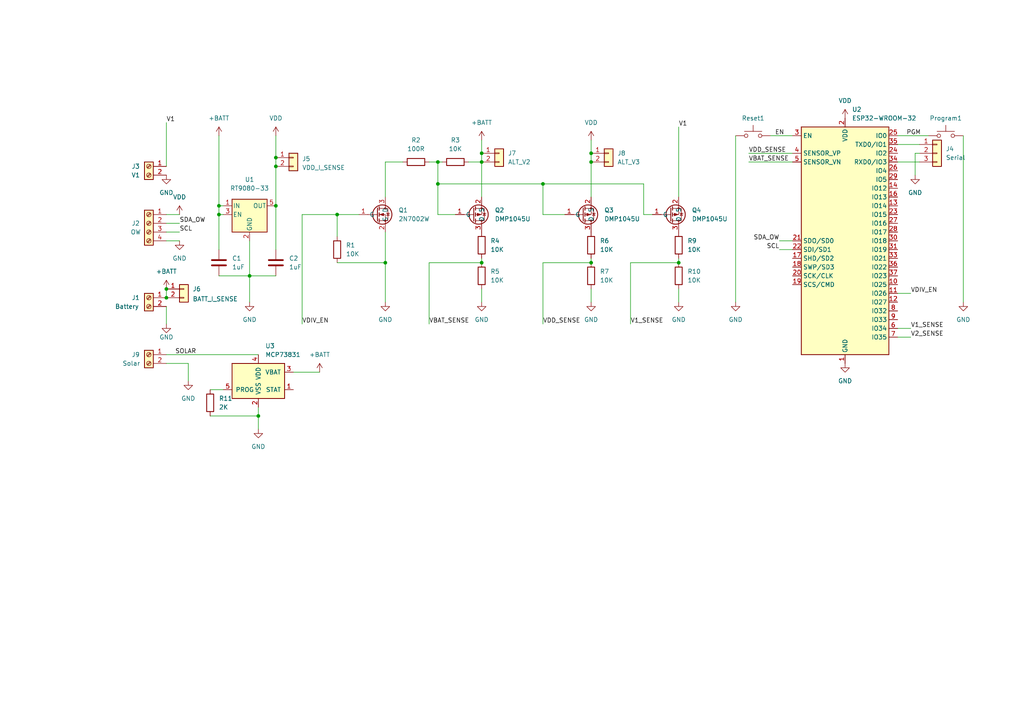
<source format=kicad_sch>
(kicad_sch (version 20211123) (generator eeschema)
  (paper "A4")
  (lib_symbols
    (symbol "BSS83P_1"
      (property "Reference" "Q" (at 5.08 1.905 0))
      (property "Value" "BSS83P_1" (at 5.08 0 0))
      (symbol "BSS83P_1_0_1"
        (polyline (pts (xy 0.254 0) (xy -2.54 0)))
        (polyline (pts (xy 0.254 1.905) (xy 0.254 -1.905)) (stroke (width 0.254)))
        (polyline (pts (xy 0.762 -1.27) (xy 0.762 -2.286)) (stroke (width 0.254)))
        (polyline (pts (xy 0.762 0.508) (xy 0.762 -0.508)) (stroke (width 0.254)))
        (polyline (pts (xy 0.762 2.286) (xy 0.762 1.27)) (stroke (width 0.254)))
        (polyline (pts (xy 2.54 2.54) (xy 2.54 1.778)))
        (polyline (pts (xy 2.54 -2.54) (xy 2.54 0) (xy 0.762 0)))
        (polyline (pts (xy 0.762 1.778) (xy 3.302 1.778) (xy 3.302 -1.778) (xy 0.762 -1.778)))
        (polyline (pts (xy 2.286 0) (xy 1.27 0.381) (xy 1.27 -0.381) (xy 2.286 0)) (fill (type outline)))
        (polyline (pts (xy 2.794 -0.508) (xy 2.921 -0.381) (xy 3.683 -0.381) (xy 3.81 -0.254)))
        (polyline (pts (xy 3.302 -0.381) (xy 2.921 0.254) (xy 3.683 0.254) (xy 3.302 -0.381)))
        (circle (center 1.651 0) (radius 2.794) (stroke (width 0.254)))
        (circle (center 2.54 -1.778) (radius 0.254) (fill (type outline)))
        (circle (center 2.54 1.778) (radius 0.254) (fill (type outline)))
      )
      (symbol "BSS83P_1_1_1"
        (pin input line (at -5.08 0 0) (length 2.54) (name "G") (number "1"))
        (pin passive line (at 2.54 -5.08 90) (length 2.54) (name "S") (number "2"))
        (pin passive line (at 2.54 5.08 270) (length 2.54) (name "D") (number "3"))
      )
    )
    (symbol "BSS83P_2"
      (property "Reference" "Q" (at 5.08 1.905 0))
      (property "Value" "BSS83P_2" (at 5.08 0 0))
      (symbol "BSS83P_2_0_1"
        (polyline (pts (xy 0.254 0) (xy -2.54 0)))
        (polyline (pts (xy 0.254 1.905) (xy 0.254 -1.905)) (stroke (width 0.254)))
        (polyline (pts (xy 0.762 -1.27) (xy 0.762 -2.286)) (stroke (width 0.254)))
        (polyline (pts (xy 0.762 0.508) (xy 0.762 -0.508)) (stroke (width 0.254)))
        (polyline (pts (xy 0.762 2.286) (xy 0.762 1.27)) (stroke (width 0.254)))
        (polyline (pts (xy 2.54 2.54) (xy 2.54 1.778)))
        (polyline (pts (xy 2.54 -2.54) (xy 2.54 0) (xy 0.762 0)))
        (polyline (pts (xy 0.762 1.778) (xy 3.302 1.778) (xy 3.302 -1.778) (xy 0.762 -1.778)))
        (polyline (pts (xy 2.286 0) (xy 1.27 0.381) (xy 1.27 -0.381) (xy 2.286 0)) (fill (type outline)))
        (polyline (pts (xy 2.794 -0.508) (xy 2.921 -0.381) (xy 3.683 -0.381) (xy 3.81 -0.254)))
        (polyline (pts (xy 3.302 -0.381) (xy 2.921 0.254) (xy 3.683 0.254) (xy 3.302 -0.381)))
        (circle (center 1.651 0) (radius 2.794) (stroke (width 0.254)))
        (circle (center 2.54 -1.778) (radius 0.254) (fill (type outline)))
        (circle (center 2.54 1.778) (radius 0.254) (fill (type outline)))
      )
      (symbol "BSS83P_2_1_1"
        (pin input line (at -5.08 0 0) (length 2.54) (name "G") (number "1"))
        (pin passive line (at 2.54 -5.08 90) (length 2.54) (name "S") (number "2"))
        (pin passive line (at 2.54 5.08 270) (length 2.54) (name "D") (number "3"))
      )
    )
    (symbol "Battery_Management:MCP73831-2-OT" (pin_names (offset 1.016))
      (property "Reference" "U" (at -7.62 6.35 0))
      (property "Value" "MCP73831-2-OT" (at 1.27 6.35 0))
      (symbol "MCP73831-2-OT_0_1"
        (rectangle (start -7.62 5.08) (end 7.62 -5.08) (stroke (width 0.254)) (fill (type background)))
      )
      (symbol "MCP73831-2-OT_1_1"
        (pin output line (at 10.16 -2.54 180) (length 2.54) (name "STAT") (number "1"))
        (pin power_in line (at 0 -7.62 90) (length 2.54) (name "VSS") (number "2"))
        (pin power_out line (at 10.16 2.54 180) (length 2.54) (name "VBAT") (number "3"))
        (pin power_in line (at 0 7.62 270) (length 2.54) (name "VDD") (number "4"))
        (pin input line (at -10.16 -2.54 0) (length 2.54) (name "PROG") (number "5"))
      )
    )
    (symbol "Connector:Screw_Terminal_01x02" (pin_names (offset 1.016) hide)
      (property "Reference" "J" (at 0 2.54 0))
      (property "Value" "Screw_Terminal_01x02" (at 0 -5.08 0))
      (symbol "Screw_Terminal_01x02_1_1"
        (rectangle (start -1.27 1.27) (end 1.27 -3.81) (stroke (width 0.254)) (fill (type background)))
        (circle (center 0 -2.54) (radius 0.635) (stroke (width 0.1524)))
        (polyline (pts (xy -0.5334 -2.2098) (xy 0.3302 -3.048)) (stroke (width 0.1524)))
        (polyline (pts (xy -0.5334 0.3302) (xy 0.3302 -0.508)) (stroke (width 0.1524)))
        (polyline (pts (xy -0.3556 -2.032) (xy 0.508 -2.8702)) (stroke (width 0.1524)))
        (polyline (pts (xy -0.3556 0.508) (xy 0.508 -0.3302)) (stroke (width 0.1524)))
        (circle (center 0 0) (radius 0.635) (stroke (width 0.1524)))
        (pin passive line (at -5.08 0 0) (length 3.81) (name "Pin_1") (number "1"))
        (pin passive line (at -5.08 -2.54 0) (length 3.81) (name "Pin_2") (number "2"))
      )
    )
    (symbol "Connector:Screw_Terminal_01x04" (pin_names (offset 1.016) hide)
      (property "Reference" "J" (at 0 5.08 0))
      (property "Value" "Screw_Terminal_01x04" (at 0 -7.62 0))
      (symbol "Screw_Terminal_01x04_1_1"
        (rectangle (start -1.27 3.81) (end 1.27 -6.35) (stroke (width 0.254)) (fill (type background)))
        (circle (center 0 -5.08) (radius 0.635) (stroke (width 0.1524)))
        (circle (center 0 -2.54) (radius 0.635) (stroke (width 0.1524)))
        (polyline (pts (xy -0.5334 -4.7498) (xy 0.3302 -5.588)) (stroke (width 0.1524)))
        (polyline (pts (xy -0.5334 -2.2098) (xy 0.3302 -3.048)) (stroke (width 0.1524)))
        (polyline (pts (xy -0.5334 0.3302) (xy 0.3302 -0.508)) (stroke (width 0.1524)))
        (polyline (pts (xy -0.5334 2.8702) (xy 0.3302 2.032)) (stroke (width 0.1524)))
        (polyline (pts (xy -0.3556 -4.572) (xy 0.508 -5.4102)) (stroke (width 0.1524)))
        (polyline (pts (xy -0.3556 -2.032) (xy 0.508 -2.8702)) (stroke (width 0.1524)))
        (polyline (pts (xy -0.3556 0.508) (xy 0.508 -0.3302)) (stroke (width 0.1524)))
        (polyline (pts (xy -0.3556 3.048) (xy 0.508 2.2098)) (stroke (width 0.1524)))
        (circle (center 0 0) (radius 0.635) (stroke (width 0.1524)))
        (circle (center 0 2.54) (radius 0.635) (stroke (width 0.1524)))
        (pin passive line (at -5.08 2.54 0) (length 3.81) (name "Pin_1") (number "1"))
        (pin passive line (at -5.08 0 0) (length 3.81) (name "Pin_2") (number "2"))
        (pin passive line (at -5.08 -2.54 0) (length 3.81) (name "Pin_3") (number "3"))
        (pin passive line (at -5.08 -5.08 0) (length 3.81) (name "Pin_4") (number "4"))
      )
    )
    (symbol "Connector_Generic:Conn_01x02" (pin_names (offset 1.016) hide)
      (property "Reference" "J" (at 0 2.54 0))
      (property "Value" "Conn_01x02" (at 0 -5.08 0))
      (symbol "Conn_01x02_1_1"
        (rectangle (start -1.27 -2.413) (end 0 -2.667) (stroke (width 0.1524)))
        (rectangle (start -1.27 0.127) (end 0 -0.127) (stroke (width 0.1524)))
        (rectangle (start -1.27 1.27) (end 1.27 -3.81) (stroke (width 0.254)) (fill (type background)))
        (pin passive line (at -5.08 0 0) (length 3.81) (name "Pin_1") (number "1"))
        (pin passive line (at -5.08 -2.54 0) (length 3.81) (name "Pin_2") (number "2"))
      )
    )
    (symbol "Connector_Generic:Conn_01x03" (pin_names (offset 1.016) hide)
      (property "Reference" "J" (at 0 5.08 0))
      (property "Value" "Conn_01x03" (at 0 -5.08 0))
      (symbol "Conn_01x03_1_1"
        (rectangle (start -1.27 -2.413) (end 0 -2.667) (stroke (width 0.1524)))
        (rectangle (start -1.27 0.127) (end 0 -0.127) (stroke (width 0.1524)))
        (rectangle (start -1.27 2.667) (end 0 2.413) (stroke (width 0.1524)))
        (rectangle (start -1.27 3.81) (end 1.27 -3.81) (stroke (width 0.254)) (fill (type background)))
        (pin passive line (at -5.08 2.54 0) (length 3.81) (name "Pin_1") (number "1"))
        (pin passive line (at -5.08 0 0) (length 3.81) (name "Pin_2") (number "2"))
        (pin passive line (at -5.08 -2.54 0) (length 3.81) (name "Pin_3") (number "3"))
      )
    )
    (symbol "Device:C" (pin_numbers hide) (pin_names (offset 0.254))
      (property "Reference" "C" (at 0.635 2.54 0))
      (property "Value" "C" (at 0.635 -2.54 0))
      (symbol "C_0_1"
        (polyline (pts (xy -2.032 -0.762) (xy 2.032 -0.762)) (stroke (width 0.508)))
        (polyline (pts (xy -2.032 0.762) (xy 2.032 0.762)) (stroke (width 0.508)))
      )
      (symbol "C_1_1"
        (pin passive line (at 0 3.81 270) (length 2.794) (name "~") (number "1"))
        (pin passive line (at 0 -3.81 90) (length 2.794) (name "~") (number "2"))
      )
    )
    (symbol "Device:R" (pin_numbers hide) (pin_names (offset 0))
      (property "Reference" "R" (at 2.032 0 90))
      (property "Value" "R" (at 0 0 90))
      (symbol "R_0_1"
        (rectangle (start -1.016 -2.54) (end 1.016 2.54) (stroke (width 0.254)))
      )
      (symbol "R_1_1"
        (pin passive line (at 0 3.81 270) (length 1.27) (name "~") (number "1"))
        (pin passive line (at 0 -3.81 90) (length 1.27) (name "~") (number "2"))
      )
    )
    (symbol "RF_Module:ESP32-WROOM-32"
      (property "Reference" "U" (at -12.7 34.29 0))
      (property "Value" "ESP32-WROOM-32" (at 1.27 34.29 0))
      (symbol "ESP32-WROOM-32_0_1"
        (rectangle (start -12.7 33.02) (end 12.7 -33.02) (stroke (width 0.254)) (fill (type background)))
      )
      (symbol "ESP32-WROOM-32_1_1"
        (pin power_in line (at 0 -35.56 90) (length 2.54) (name "GND") (number "1"))
        (pin bidirectional line (at 15.24 -12.7 180) (length 2.54) (name "IO25") (number "10"))
        (pin bidirectional line (at 15.24 -15.24 180) (length 2.54) (name "IO26") (number "11"))
        (pin bidirectional line (at 15.24 -17.78 180) (length 2.54) (name "IO27") (number "12"))
        (pin bidirectional line (at 15.24 10.16 180) (length 2.54) (name "IO14") (number "13"))
        (pin bidirectional line (at 15.24 15.24 180) (length 2.54) (name "IO12") (number "14"))
        (pin passive line (at 0 -35.56 90) (length 2.54) hide (name "GND") (number "15"))
        (pin bidirectional line (at 15.24 12.7 180) (length 2.54) (name "IO13") (number "16"))
        (pin bidirectional line (at -15.24 -5.08 0) (length 2.54) (name "SHD/SD2") (number "17"))
        (pin bidirectional line (at -15.24 -7.62 0) (length 2.54) (name "SWP/SD3") (number "18"))
        (pin bidirectional line (at -15.24 -12.7 0) (length 2.54) (name "SCS/CMD") (number "19"))
        (pin power_in line (at 0 35.56 270) (length 2.54) (name "VDD") (number "2"))
        (pin bidirectional line (at -15.24 -10.16 0) (length 2.54) (name "SCK/CLK") (number "20"))
        (pin bidirectional line (at -15.24 0 0) (length 2.54) (name "SDO/SD0") (number "21"))
        (pin bidirectional line (at -15.24 -2.54 0) (length 2.54) (name "SDI/SD1") (number "22"))
        (pin bidirectional line (at 15.24 7.62 180) (length 2.54) (name "IO15") (number "23"))
        (pin bidirectional line (at 15.24 25.4 180) (length 2.54) (name "IO2") (number "24"))
        (pin bidirectional line (at 15.24 30.48 180) (length 2.54) (name "IO0") (number "25"))
        (pin bidirectional line (at 15.24 20.32 180) (length 2.54) (name "IO4") (number "26"))
        (pin bidirectional line (at 15.24 5.08 180) (length 2.54) (name "IO16") (number "27"))
        (pin bidirectional line (at 15.24 2.54 180) (length 2.54) (name "IO17") (number "28"))
        (pin bidirectional line (at 15.24 17.78 180) (length 2.54) (name "IO5") (number "29"))
        (pin input line (at -15.24 30.48 0) (length 2.54) (name "EN") (number "3"))
        (pin bidirectional line (at 15.24 0 180) (length 2.54) (name "IO18") (number "30"))
        (pin bidirectional line (at 15.24 -2.54 180) (length 2.54) (name "IO19") (number "31"))
        (pin no_connect line (at -12.7 -27.94 0) (length 2.54) hide (name "NC") (number "32"))
        (pin bidirectional line (at 15.24 -5.08 180) (length 2.54) (name "IO21") (number "33"))
        (pin bidirectional line (at 15.24 22.86 180) (length 2.54) (name "RXD0/IO3") (number "34"))
        (pin bidirectional line (at 15.24 27.94 180) (length 2.54) (name "TXD0/IO1") (number "35"))
        (pin bidirectional line (at 15.24 -7.62 180) (length 2.54) (name "IO22") (number "36"))
        (pin bidirectional line (at 15.24 -10.16 180) (length 2.54) (name "IO23") (number "37"))
        (pin passive line (at 0 -35.56 90) (length 2.54) hide (name "GND") (number "38"))
        (pin passive line (at 0 -35.56 90) (length 2.54) hide (name "GND") (number "39"))
        (pin input line (at -15.24 25.4 0) (length 2.54) (name "SENSOR_VP") (number "4"))
        (pin input line (at -15.24 22.86 0) (length 2.54) (name "SENSOR_VN") (number "5"))
        (pin input line (at 15.24 -25.4 180) (length 2.54) (name "IO34") (number "6"))
        (pin input line (at 15.24 -27.94 180) (length 2.54) (name "IO35") (number "7"))
        (pin bidirectional line (at 15.24 -20.32 180) (length 2.54) (name "IO32") (number "8"))
        (pin bidirectional line (at 15.24 -22.86 180) (length 2.54) (name "IO33") (number "9"))
      )
    )
    (symbol "R_1" (pin_numbers hide) (pin_names (offset 0))
      (property "Reference" "R" (at 2.032 0 90))
      (property "Value" "R_1" (at 0 0 90))
      (symbol "R_1_0_1"
        (rectangle (start -1.016 -2.54) (end 1.016 2.54) (stroke (width 0.254)))
      )
      (symbol "R_1_1_1"
        (pin passive line (at 0 3.81 270) (length 1.27) (name "~") (number "1"))
        (pin passive line (at 0 -3.81 90) (length 1.27) (name "~") (number "2"))
      )
    )
    (symbol "Regulator_Linear:TLV70012_SOT23-5" (pin_names (offset 0.254))
      (property "Reference" "U" (at -3.81 5.715 0))
      (property "Value" "TLV70012_SOT23-5" (at 0 5.715 0))
      (symbol "TLV70012_SOT23-5_0_1"
        (rectangle (start -5.08 4.445) (end 5.08 -5.08) (stroke (width 0.254)) (fill (type background)))
      )
      (symbol "TLV70012_SOT23-5_1_1"
        (pin power_in line (at -7.62 2.54 0) (length 2.54) (name "IN") (number "1"))
        (pin power_in line (at 0 -7.62 90) (length 2.54) (name "GND") (number "2"))
        (pin input line (at -7.62 0 0) (length 2.54) (name "EN") (number "3"))
        (pin no_connect line (at 5.08 0 180) (length 2.54) hide (name "NC") (number "4"))
        (pin power_out line (at 7.62 2.54 180) (length 2.54) (name "OUT") (number "5"))
      )
    )
    (symbol "Switch:SW_Push" (pin_numbers hide) (pin_names (offset 1.016) hide)
      (property "Reference" "SW" (at 1.27 2.54 0))
      (property "Value" "SW_Push" (at 0 -1.524 0))
      (symbol "SW_Push_0_1"
        (circle (center -2.032 0) (radius 0.508))
        (polyline (pts (xy 0 1.27) (xy 0 3.048)))
        (polyline (pts (xy 2.54 1.27) (xy -2.54 1.27)))
        (circle (center 2.032 0) (radius 0.508))
        (pin passive line (at -5.08 0 0) (length 2.54) (name "1") (number "1"))
        (pin passive line (at 5.08 0 180) (length 2.54) (name "2") (number "2"))
      )
    )
    (symbol "Transistor_FET:2N7002"
      (property "Reference" "Q" (at 5.08 1.905 0))
      (property "Value" "2N7002" (at 5.08 0 0))
      (symbol "2N7002_0_1"
        (polyline (pts (xy 0.254 0) (xy -2.54 0)))
        (polyline (pts (xy 0.254 1.905) (xy 0.254 -1.905)) (stroke (width 0.254)))
        (polyline (pts (xy 0.762 -1.27) (xy 0.762 -2.286)) (stroke (width 0.254)))
        (polyline (pts (xy 0.762 0.508) (xy 0.762 -0.508)) (stroke (width 0.254)))
        (polyline (pts (xy 0.762 2.286) (xy 0.762 1.27)) (stroke (width 0.254)))
        (polyline (pts (xy 2.54 2.54) (xy 2.54 1.778)))
        (polyline (pts (xy 2.54 -2.54) (xy 2.54 0) (xy 0.762 0)))
        (polyline (pts (xy 0.762 -1.778) (xy 3.302 -1.778) (xy 3.302 1.778) (xy 0.762 1.778)))
        (polyline (pts (xy 1.016 0) (xy 2.032 0.381) (xy 2.032 -0.381) (xy 1.016 0)) (fill (type outline)))
        (polyline (pts (xy 2.794 0.508) (xy 2.921 0.381) (xy 3.683 0.381) (xy 3.81 0.254)))
        (polyline (pts (xy 3.302 0.381) (xy 2.921 -0.254) (xy 3.683 -0.254) (xy 3.302 0.381)))
        (circle (center 1.651 0) (radius 2.794) (stroke (width 0.254)))
        (circle (center 2.54 -1.778) (radius 0.254) (fill (type outline)))
        (circle (center 2.54 1.778) (radius 0.254) (fill (type outline)))
      )
      (symbol "2N7002_1_1"
        (pin input line (at -5.08 0 0) (length 2.54) (name "G") (number "1"))
        (pin passive line (at 2.54 -5.08 90) (length 2.54) (name "S") (number "2"))
        (pin passive line (at 2.54 5.08 270) (length 2.54) (name "D") (number "3"))
      )
    )
    (symbol "Transistor_FET:BSS83P"
      (property "Reference" "Q" (at 5.08 1.905 0))
      (property "Value" "BSS83P" (at 5.08 0 0))
      (symbol "BSS83P_0_1"
        (polyline (pts (xy 0.254 0) (xy -2.54 0)))
        (polyline (pts (xy 0.254 1.905) (xy 0.254 -1.905)) (stroke (width 0.254)))
        (polyline (pts (xy 0.762 -1.27) (xy 0.762 -2.286)) (stroke (width 0.254)))
        (polyline (pts (xy 0.762 0.508) (xy 0.762 -0.508)) (stroke (width 0.254)))
        (polyline (pts (xy 0.762 2.286) (xy 0.762 1.27)) (stroke (width 0.254)))
        (polyline (pts (xy 2.54 2.54) (xy 2.54 1.778)))
        (polyline (pts (xy 2.54 -2.54) (xy 2.54 0) (xy 0.762 0)))
        (polyline (pts (xy 0.762 1.778) (xy 3.302 1.778) (xy 3.302 -1.778) (xy 0.762 -1.778)))
        (polyline (pts (xy 2.286 0) (xy 1.27 0.381) (xy 1.27 -0.381) (xy 2.286 0)) (fill (type outline)))
        (polyline (pts (xy 2.794 -0.508) (xy 2.921 -0.381) (xy 3.683 -0.381) (xy 3.81 -0.254)))
        (polyline (pts (xy 3.302 -0.381) (xy 2.921 0.254) (xy 3.683 0.254) (xy 3.302 -0.381)))
        (circle (center 1.651 0) (radius 2.794) (stroke (width 0.254)))
        (circle (center 2.54 -1.778) (radius 0.254) (fill (type outline)))
        (circle (center 2.54 1.778) (radius 0.254) (fill (type outline)))
      )
      (symbol "BSS83P_1_1"
        (pin input line (at -5.08 0 0) (length 2.54) (name "G") (number "1"))
        (pin passive line (at 2.54 -5.08 90) (length 2.54) (name "S") (number "2"))
        (pin passive line (at 2.54 5.08 270) (length 2.54) (name "D") (number "3"))
      )
    )
    (symbol "power:+BATT" (power) (pin_names (offset 0))
      (property "Value" "+BATT" (at 0 3.556 0))
      (symbol "+BATT_0_1"
        (polyline (pts (xy -0.762 1.27) (xy 0 2.54)))
        (polyline (pts (xy 0 0) (xy 0 2.54)))
        (polyline (pts (xy 0 2.54) (xy 0.762 1.27)))
      )
      (symbol "+BATT_1_1"
        (pin power_in line (at 0 0 90) (length 0) hide (name "+BATT") (number "1"))
      )
    )
    (symbol "power:GND" (power) (pin_names (offset 0))
      (property "Value" "GND" (at 0 -3.81 0))
      (symbol "GND_0_1"
        (polyline (pts (xy 0 0) (xy 0 -1.27) (xy 1.27 -1.27) (xy 0 -2.54) (xy -1.27 -1.27) (xy 0 -1.27)))
      )
      (symbol "GND_1_1"
        (pin power_in line (at 0 0 270) (length 0) hide (name "GND") (number "1"))
      )
    )
    (symbol "power:VDD" (power) (pin_names (offset 0))
      (property "Value" "VDD" (at 0 3.81 0))
      (symbol "VDD_0_1"
        (polyline (pts (xy -0.762 1.27) (xy 0 2.54)))
        (polyline (pts (xy 0 0) (xy 0 2.54)))
        (polyline (pts (xy 0 2.54) (xy 0.762 1.27)))
      )
      (symbol "VDD_1_1"
        (pin power_in line (at 0 0 90) (length 0) hide (name "VDD") (number "1"))
      )
    )
  )
  (junction (at 127 46.99))
  (junction (at 80.01 48.26))
  (junction (at 97.79 62.23))
  (junction (at 48.26 83.82))
  (junction (at 72.39 80.01))
  (junction (at 63.5 59.69))
  (junction (at 139.7 44.45))
  (junction (at 171.45 46.99))
  (junction (at 63.5 62.23))
  (junction (at 111.76 76.2))
  (junction (at 171.45 44.45))
  (junction (at 80.01 59.69))
  (junction (at 74.93 120.65))
  (junction (at 171.45 76.2))
  (junction (at 139.7 76.2))
  (junction (at 80.01 45.72))
  (junction (at 139.7 46.99))
  (junction (at 48.26 86.36))
  (junction (at 157.48 53.34))
  (junction (at 127 53.34))
  (junction (at 196.85 76.2))
  (wire (pts (xy 60.96 120.65) (xy 74.93 120.65)))
  (wire (pts (xy 97.79 62.23) (xy 104.14 62.23)))
  (wire (pts (xy 139.7 46.99) (xy 139.7 57.15)))
  (wire (pts (xy 97.79 76.2) (xy 111.76 76.2)))
  (wire (pts (xy 260.35 39.37) (xy 269.24 39.37)))
  (wire (pts (xy 226.06 72.39) (xy 229.87 72.39)))
  (wire (pts (xy 171.45 74.93) (xy 171.45 76.2)))
  (wire (pts (xy 139.7 44.45) (xy 139.7 46.99)))
  (wire (pts (xy 48.26 67.31) (xy 52.07 67.31)))
  (wire (pts (xy 124.46 76.2) (xy 124.46 93.98)))
  (wire (pts (xy 196.85 36.83) (xy 196.85 57.15)))
  (wire (pts (xy 139.7 40.64) (xy 139.7 44.45)))
  (wire (pts (xy 80.01 39.37) (xy 80.01 45.72)))
  (wire (pts (xy 48.26 48.26) (xy 48.26 35.56)))
  (wire (pts (xy 135.89 46.99) (xy 139.7 46.99)))
  (wire (pts (xy 80.01 59.69) (xy 80.01 72.39)))
  (wire (pts (xy 186.69 62.23) (xy 189.23 62.23)))
  (wire (pts (xy 171.45 40.64) (xy 171.45 44.45)))
  (wire (pts (xy 124.46 46.99) (xy 127 46.99)))
  (wire (pts (xy 74.93 120.65) (xy 74.93 124.46)))
  (wire (pts (xy 48.26 64.77) (xy 52.07 64.77)))
  (wire (pts (xy 127 46.99) (xy 127 53.34)))
  (wire (pts (xy 124.46 76.2) (xy 139.7 76.2)))
  (wire (pts (xy 127 62.23) (xy 132.08 62.23)))
  (wire (pts (xy 48.26 88.9) (xy 48.26 93.98)))
  (wire (pts (xy 157.48 53.34) (xy 157.48 62.23)))
  (wire (pts (xy 111.76 46.99) (xy 116.84 46.99)))
  (wire (pts (xy 63.5 39.37) (xy 63.5 59.69)))
  (wire (pts (xy 213.36 39.37) (xy 213.36 87.63)))
  (wire (pts (xy 223.52 39.37) (xy 229.87 39.37)))
  (wire (pts (xy 63.5 80.01) (xy 72.39 80.01)))
  (wire (pts (xy 182.88 76.2) (xy 196.85 76.2)))
  (wire (pts (xy 85.09 107.95) (xy 92.71 107.95)))
  (wire (pts (xy 63.5 62.23) (xy 64.77 62.23)))
  (wire (pts (xy 111.76 57.15) (xy 111.76 46.99)))
  (wire (pts (xy 182.88 76.2) (xy 182.88 93.98)))
  (wire (pts (xy 87.63 62.23) (xy 97.79 62.23)))
  (wire (pts (xy 196.85 74.93) (xy 196.85 76.2)))
  (wire (pts (xy 186.69 53.34) (xy 157.48 53.34)))
  (wire (pts (xy 87.63 62.23) (xy 87.63 93.98)))
  (wire (pts (xy 74.93 118.11) (xy 74.93 120.65)))
  (wire (pts (xy 196.85 83.82) (xy 196.85 87.63)))
  (wire (pts (xy 260.35 97.79) (xy 264.16 97.79)))
  (wire (pts (xy 157.48 76.2) (xy 171.45 76.2)))
  (wire (pts (xy 127 46.99) (xy 128.27 46.99)))
  (wire (pts (xy 72.39 80.01) (xy 72.39 87.63)))
  (wire (pts (xy 260.35 46.99) (xy 266.7 46.99)))
  (wire (pts (xy 48.26 105.41) (xy 54.61 105.41)))
  (wire (pts (xy 48.26 86.36) (xy 48.26 83.82)))
  (wire (pts (xy 127 53.34) (xy 157.48 53.34)))
  (wire (pts (xy 139.7 83.82) (xy 139.7 87.63)))
  (wire (pts (xy 157.48 76.2) (xy 157.48 93.98)))
  (wire (pts (xy 111.76 76.2) (xy 111.76 87.63)))
  (wire (pts (xy 80.01 48.26) (xy 80.01 59.69)))
  (wire (pts (xy 63.5 59.69) (xy 63.5 62.23)))
  (wire (pts (xy 80.01 45.72) (xy 80.01 48.26)))
  (wire (pts (xy 139.7 74.93) (xy 139.7 76.2)))
  (wire (pts (xy 265.43 44.45) (xy 265.43 50.8)))
  (wire (pts (xy 48.26 62.23) (xy 52.07 62.23)))
  (wire (pts (xy 60.96 113.03) (xy 64.77 113.03)))
  (wire (pts (xy 226.06 69.85) (xy 229.87 69.85)))
  (wire (pts (xy 63.5 62.23) (xy 63.5 72.39)))
  (wire (pts (xy 127 53.34) (xy 127 62.23)))
  (wire (pts (xy 260.35 85.09) (xy 264.16 85.09)))
  (wire (pts (xy 260.35 95.25) (xy 264.16 95.25)))
  (wire (pts (xy 279.4 39.37) (xy 279.4 87.63)))
  (wire (pts (xy 171.45 46.99) (xy 171.45 57.15)))
  (wire (pts (xy 171.45 44.45) (xy 171.45 46.99)))
  (wire (pts (xy 97.79 62.23) (xy 97.79 68.58)))
  (wire (pts (xy 266.7 44.45) (xy 265.43 44.45)))
  (wire (pts (xy 63.5 59.69) (xy 64.77 59.69)))
  (wire (pts (xy 186.69 62.23) (xy 186.69 53.34)))
  (wire (pts (xy 72.39 69.85) (xy 72.39 80.01)))
  (wire (pts (xy 54.61 105.41) (xy 54.61 110.49)))
  (wire (pts (xy 72.39 80.01) (xy 80.01 80.01)))
  (wire (pts (xy 48.26 102.87) (xy 74.93 102.87)))
  (wire (pts (xy 171.45 87.63) (xy 171.45 83.82)))
  (wire (pts (xy 217.17 46.99) (xy 229.87 46.99)))
  (wire (pts (xy 157.48 62.23) (xy 163.83 62.23)))
  (wire (pts (xy 217.17 44.45) (xy 229.87 44.45)))
  (wire (pts (xy 111.76 67.31) (xy 111.76 76.2)))
  (wire (pts (xy 48.26 69.85) (xy 52.07 69.85)))
  (wire (pts (xy 260.35 41.91) (xy 266.7 41.91)))
  (label "VDIV_EN" (at 87.63 93.98 0))
  (label "VDD_SENSE" (at 157.48 93.98 0))
  (label "SCL" (at 52.07 67.31 0))
  (label "VBAT_SENSE" (at 124.46 93.98 0))
  (label "V1" (at 48.26 35.56 0))
  (label "V1_SENSE" (at 182.88 93.98 0))
  (label "SOLAR" (at 50.8 102.87 0))
  (label "PGM" (at 262.89 39.37 0))
  (label "V1" (at 196.85 36.83 0))
  (label "EN" (at 224.79 39.37 0))
  (label "SDA_OW" (at 52.07 64.77 0))
  (label "V2_SENSE" (at 264.16 97.79 0))
  (label "VBAT_SENSE" (at 217.17 46.99 0))
  (label "SCL" (at 226.06 72.39 180))
  (label "VDIV_EN" (at 264.16 85.09 0))
  (label "VDD_SENSE" (at 217.17 44.45 0))
  (label "SDA_OW" (at 226.06 69.85 180))
  (label "V1_SENSE" (at 264.16 95.25 0))
  (symbol (lib_id "Device:R") (at 132.08 46.99 270) (unit 1)
    (property "Reference" "R3" (at 132.08 40.64 90))
    (property "Value" "10K" (at 132.08 43.18 90))
    (property "Footprint" "Resistor_SMD:R_0805_2012Metric" (effects hide))
  )
  (symbol (lib_id "Connector_Generic:Conn_01x02") (at 176.53 44.45 0) (unit 1)
    (property "Reference" "J8" (at 179.07 44.4499 0) (effects (justify left)))
    (property "Value" "ALT_V3" (at 179.07 46.9899 0) (effects (justify left)))
    (property "Footprint" "Connector_PinHeader_2.54mm:PinHeader_1x02_P2.54mm_Vertical" (effects hide))
  )
  (symbol (lib_id "power:VDD") (at 52.07 62.23 0) (unit 1)
    (property "Reference" "#PWR0103" (effects hide))
    (property "Value" "VDD" (at 52.07 57.15 0))
  )
  (symbol (lib_id "power:+BATT") (at 92.71 107.95 0) (unit 1)
    (property "Reference" "#PWR0120" (effects hide))
    (property "Value" "+BATT" (at 92.71 102.87 0))
  )
  (symbol (lib_id "power:VDD") (at 171.45 40.64 0) (unit 1)
    (property "Reference" "#PWR0106" (effects hide))
    (property "Value" "VDD" (at 171.45 35.56 0))
  )
  (symbol (lib_id "power:GND") (at 245.11 105.41 0) (unit 1)
    (property "Reference" "#PWR0110" (effects hide))
    (property "Value" "GND" (at 245.11 110.49 0))
  )
  (symbol (lib_id "Device:R") (at 120.65 46.99 270) (unit 1)
    (property "Reference" "R2" (at 120.65 40.64 90))
    (property "Value" "100R" (at 120.65 43.18 90))
    (property "Footprint" "Resistor_SMD:R_0805_2012Metric" (effects hide))
  )
  (symbol (lib_id "Device:R") (at 139.7 80.01 0) (unit 1)
    (property "Reference" "R5" (at 142.24 78.7399 0) (effects (justify left)))
    (property "Value" "10K" (at 142.24 81.2799 0) (effects (justify left)))
    (property "Footprint" "Resistor_SMD:R_0805_2012Metric" (effects hide))
  )
  (symbol (lib_name "BSS83P_2") (lib_id "Transistor_FET:BSS83P") (at 168.91 62.23 0) (mirror x) (unit 1)
    (property "Reference" "Q3" (at 175.26 60.9599 0) (effects (justify left)))
    (property "Value" "DMP1045U" (at 175.26 63.4999 0) (effects (justify left)))
    (property "Footprint" "Package_TO_SOT_SMD:SOT-23" (effects hide))
    (property "Datasheet" "http://www.farnell.com/datasheets/1835997.pdf" (effects hide))
  )
  (symbol (lib_id "Connector:Screw_Terminal_01x04") (at 43.18 64.77 0) (mirror y) (unit 1)
    (property "Reference" "J2" (at 39.37 64.77 0))
    (property "Value" "OW" (at 39.37 67.31 0))
    (property "Footprint" "TerminalBlock_TE-Connectivity:TerminalBlock_TE_282834-4_1x04_P2.54mm_Horizontal" (effects hide))
  )
  (symbol (lib_id "Transistor_FET:2N7002") (at 109.22 62.23 0) (unit 1)
    (property "Reference" "Q1" (at 115.57 60.9599 0) (effects (justify left)))
    (property "Value" "2N7002W" (at 115.57 63.4999 0) (effects (justify left)))
    (property "Footprint" "Package_TO_SOT_SMD:SOT-23" (effects hide))
    (property "Datasheet" "https://www.onsemi.com/pub/Collateral/NDS7002A-D.PDF" (effects hide))
  )
  (symbol (lib_id "power:+BATT") (at 139.7 40.64 0) (unit 1)
    (property "Reference" "#PWR0114" (effects hide))
    (property "Value" "+BATT" (at 139.7 35.56 0))
  )
  (symbol (lib_id "power:GND") (at 52.07 69.85 0) (unit 1)
    (property "Reference" "#PWR0104" (effects hide))
    (property "Value" "GND" (at 52.07 74.93 0))
  )
  (symbol (lib_name "BSS83P_1") (lib_id "Transistor_FET:BSS83P") (at 137.16 62.23 0) (mirror x) (unit 1)
    (property "Reference" "Q2" (at 143.51 60.9599 0) (effects (justify left)))
    (property "Value" "DMP1045U" (at 143.51 63.4999 0) (effects (justify left)))
    (property "Footprint" "Package_TO_SOT_SMD:SOT-23" (effects hide))
    (property "Datasheet" "http://www.farnell.com/datasheets/1835997.pdf" (effects hide))
  )
  (symbol (lib_id "Connector_Generic:Conn_01x02") (at 53.34 83.82 0) (unit 1)
    (property "Reference" "J6" (at 55.88 83.82 0) (effects (justify left)))
    (property "Value" "BATT_I_SENSE" (at 55.88 86.7155 0) (effects (justify left)))
    (property "Footprint" "Connector_PinHeader_2.54mm:PinHeader_1x02_P2.54mm_Vertical" (effects hide))
  )
  (symbol (lib_id "Device:R") (at 196.85 71.12 0) (unit 1)
    (property "Reference" "R9" (at 199.39 69.8499 0) (effects (justify left)))
    (property "Value" "10K" (at 199.39 72.3899 0) (effects (justify left)))
    (property "Footprint" "Resistor_SMD:R_0805_2012Metric" (effects hide))
  )
  (symbol (lib_id "power:GND") (at 265.43 50.8 0) (unit 1)
    (property "Reference" "#PWR0107" (effects hide))
    (property "Value" "GND" (at 265.43 55.88 0))
  )
  (symbol (lib_id "Connector:Screw_Terminal_01x02") (at 43.18 102.87 0) (mirror y) (unit 1)
    (property "Reference" "J9" (at 39.37 102.87 0))
    (property "Value" "Solar" (at 38.1 105.41 0))
    (property "Footprint" "TerminalBlock_TE-Connectivity:TerminalBlock_TE_282834-2_1x02_P2.54mm_Horizontal" (effects hide))
  )
  (symbol (lib_id "power:GND") (at 48.26 50.8 0) (unit 1)
    (property "Reference" "#PWR0117" (effects hide))
    (property "Value" "GND" (at 48.26 55.88 0))
  )
  (symbol (lib_id "power:GND") (at 171.45 87.63 0) (unit 1)
    (property "Reference" "#PWR0109" (effects hide))
    (property "Value" "GND" (at 171.45 92.71 0))
  )
  (symbol (lib_id "power:+BATT") (at 63.5 39.37 0) (unit 1)
    (property "Reference" "#PWR0112" (effects hide))
    (property "Value" "+BATT" (at 63.5 34.29 0))
  )
  (symbol (lib_id "Connector_Generic:Conn_01x03") (at 271.78 44.45 0) (unit 1)
    (property "Reference" "J4" (at 274.32 43.1799 0) (effects (justify left)))
    (property "Value" "Serial" (at 274.32 45.7199 0) (effects (justify left)))
    (property "Footprint" "Connector_PinHeader_2.54mm:PinHeader_1x03_P2.54mm_Vertical" (effects hide))
  )
  (symbol (lib_id "Battery_Management:MCP73831-2-OT") (at 74.93 110.49 0) (unit 1)
    (property "Reference" "U3" (at 76.9494 100.33 0) (effects (justify left)))
    (property "Value" "MCP73831" (at 76.9494 102.87 0) (effects (justify left)))
    (property "Footprint" "Package_TO_SOT_SMD:SOT-23-5" (effects hide))
    (property "Datasheet" "http://ww1.microchip.com/downloads/en/DeviceDoc/20001984g.pdf" (effects hide))
  )
  (symbol (lib_id "Switch:SW_Push") (at 274.32 39.37 0) (unit 1)
    (property "Reference" "Program1" (at 274.32 34.29 0))
    (property "Value" "SW_Push" (effects hide))
    (property "Footprint" "0-Eyal:My_Switch" (effects hide))
  )
  (symbol (lib_id "power:GND") (at 54.61 110.49 0) (unit 1)
    (property "Reference" "#PWR0122" (effects hide))
    (property "Value" "GND" (at 54.61 115.57 0))
  )
  (symbol (lib_id "power:GND") (at 196.85 87.63 0) (unit 1)
    (property "Reference" "#PWR0116" (effects hide))
    (property "Value" "GND" (at 196.85 92.71 0))
  )
  (symbol (lib_id "Switch:SW_Push") (at 218.44 39.37 0) (unit 1)
    (property "Reference" "Reset1" (at 218.44 34.29 0))
    (property "Value" "SW_Push" (effects hide))
    (property "Footprint" "0-Eyal:My_Switch" (effects hide))
  )
  (symbol (lib_id "Transistor_FET:BSS83P") (at 194.31 62.23 0) (mirror x) (unit 1)
    (property "Reference" "Q4" (at 200.66 60.9599 0) (effects (justify left)))
    (property "Value" "DMP1045U" (at 200.66 63.4999 0) (effects (justify left)))
    (property "Footprint" "Package_TO_SOT_SMD:SOT-23" (effects hide))
    (property "Datasheet" "http://www.farnell.com/datasheets/1835997.pdf" (effects hide))
  )
  (symbol (lib_id "power:+BATT") (at 48.26 83.82 0) (unit 1)
    (property "Reference" "#PWR0101" (effects hide))
    (property "Value" "+BATT" (at 48.26 78.74 0))
  )
  (symbol (lib_id "Connector:Screw_Terminal_01x02") (at 43.18 86.36 0) (mirror y) (unit 1)
    (property "Reference" "J1" (at 39.37 86.36 0))
    (property "Value" "Battery" (at 36.83 88.9 0))
    (property "Footprint" "TerminalBlock_TE-Connectivity:TerminalBlock_TE_282834-2_1x02_P2.54mm_Horizontal" (effects hide))
  )
  (symbol (lib_id "Regulator_Linear:TLV70012_SOT23-5") (at 72.39 62.23 0) (unit 1)
    (property "Reference" "U1" (at 72.39 52.07 0))
    (property "Value" "RT9080-33" (at 72.39 54.61 0))
    (property "Footprint" "Package_TO_SOT_SMD:SOT-23-5" (effects hide))
    (property "Datasheet" "https://www.digikey.com/htmldatasheets/production/1959320/0/0/1/rt9080-n-.html" (effects hide))
  )
  (symbol (lib_id "Device:R") (at 196.85 80.01 0) (unit 1)
    (property "Reference" "R10" (at 199.39 78.7399 0) (effects (justify left)))
    (property "Value" "10K" (at 199.39 81.2799 0) (effects (justify left)))
    (property "Footprint" "Resistor_SMD:R_0805_2012Metric" (effects hide))
  )
  (symbol (lib_id "Device:R") (at 171.45 71.12 0) (unit 1)
    (property "Reference" "R6" (at 173.99 69.8499 0) (effects (justify left)))
    (property "Value" "10K" (at 173.99 72.3899 0) (effects (justify left)))
    (property "Footprint" "Resistor_SMD:R_0805_2012Metric" (effects hide))
  )
  (symbol (lib_id "power:GND") (at 213.36 87.63 0) (unit 1)
    (property "Reference" "#PWR0119" (effects hide))
    (property "Value" "GND" (at 213.36 92.71 0))
  )
  (symbol (lib_id "Device:R") (at 97.79 72.39 0) (unit 1)
    (property "Reference" "R1" (at 100.33 71.1199 0) (effects (justify left)))
    (property "Value" "10K" (at 100.33 73.6599 0) (effects (justify left)))
    (property "Footprint" "Resistor_SMD:R_0805_2012Metric" (effects hide))
  )
  (symbol (lib_id "Connector_Generic:Conn_01x02") (at 85.09 45.72 0) (unit 1)
    (property "Reference" "J5" (at 87.63 46.0755 0) (effects (justify left)))
    (property "Value" "VDD_I_SENSE" (at 87.63 48.6155 0) (effects (justify left)))
    (property "Footprint" "Connector_PinHeader_2.54mm:PinHeader_1x02_P2.54mm_Vertical" (effects hide))
  )
  (symbol (lib_name "R_1") (lib_id "Device:R") (at 171.45 80.01 0) (unit 1)
    (property "Reference" "R7" (at 173.99 78.7399 0) (effects (justify left)))
    (property "Value" "10K" (at 173.99 81.2799 0) (effects (justify left)))
    (property "Footprint" "Resistor_SMD:R_0805_2012Metric" (effects hide))
  )
  (symbol (lib_id "Device:R") (at 60.96 116.84 0) (unit 1)
    (property "Reference" "R11" (at 63.5 115.5699 0) (effects (justify left)))
    (property "Value" "2K" (at 63.5 118.1099 0) (effects (justify left)))
    (property "Footprint" "Resistor_SMD:R_0805_2012Metric" (effects hide))
  )
  (symbol (lib_id "RF_Module:ESP32-WROOM-32") (at 245.11 69.85 0) (unit 1)
    (property "Reference" "U2" (at 247.1294 31.75 0) (effects (justify left)))
    (property "Value" "ESP32-WROOM-32" (at 247.1294 34.29 0) (effects (justify left)))
    (property "Footprint" "RF_Module:ESP32-WROOM-32" (effects hide))
    (property "Datasheet" "https://www.espressif.com/sites/default/files/documentation/esp32-wroom-32_datasheet_en.pdf" (effects hide))
  )
  (symbol (lib_id "Device:C") (at 80.01 76.2 0) (unit 1)
    (property "Reference" "C2" (at 83.82 74.9299 0) (effects (justify left)))
    (property "Value" "1uF" (at 83.82 77.4699 0) (effects (justify left)))
    (property "Footprint" "Capacitor_SMD:C_0805_2012Metric" (effects hide))
  )
  (symbol (lib_id "power:GND") (at 111.76 87.63 0) (unit 1)
    (property "Reference" "#PWR0111" (effects hide))
    (property "Value" "GND" (at 111.76 92.71 0))
  )
  (symbol (lib_id "power:GND") (at 48.26 93.98 0) (unit 1)
    (property "Reference" "#PWR0102" (effects hide))
    (property "Value" "GND" (at 48.26 97.79 0))
  )
  (symbol (lib_id "Device:C") (at 63.5 76.2 0) (unit 1)
    (property "Reference" "C1" (at 67.31 74.9299 0) (effects (justify left)))
    (property "Value" "1uF" (at 67.31 77.4699 0) (effects (justify left)))
    (property "Footprint" "Capacitor_SMD:C_0805_2012Metric" (effects hide))
  )
  (symbol (lib_id "power:GND") (at 279.4 87.63 0) (unit 1)
    (property "Reference" "#PWR0118" (effects hide))
    (property "Value" "GND" (at 279.4 92.71 0))
  )
  (symbol (lib_id "power:VDD") (at 80.01 39.37 0) (unit 1)
    (property "Reference" "#PWR0113" (effects hide))
    (property "Value" "VDD" (at 80.01 34.29 0))
  )
  (symbol (lib_id "Device:R") (at 139.7 71.12 0) (unit 1)
    (property "Reference" "R4" (at 142.24 69.8499 0) (effects (justify left)))
    (property "Value" "10K" (at 142.24 72.3899 0) (effects (justify left)))
    (property "Footprint" "Resistor_SMD:R_0805_2012Metric" (effects hide))
  )
  (symbol (lib_id "power:GND") (at 139.7 87.63 0) (unit 1)
    (property "Reference" "#PWR0115" (effects hide))
    (property "Value" "GND" (at 139.7 92.71 0))
  )
  (symbol (lib_id "Connector:Screw_Terminal_01x02") (at 43.18 48.26 0) (mirror y) (unit 1)
    (property "Reference" "J3" (at 39.37 48.26 0))
    (property "Value" "V1" (at 39.37 50.8 0))
    (property "Footprint" "TerminalBlock_TE-Connectivity:TerminalBlock_TE_282834-2_1x02_P2.54mm_Horizontal" (effects hide))
  )
  (symbol (lib_id "power:GND") (at 74.93 124.46 0) (unit 1)
    (property "Reference" "#PWR0121" (effects hide))
    (property "Value" "GND" (at 74.93 129.54 0))
  )
  (symbol (lib_id "power:GND") (at 72.39 87.63 0) (unit 1)
    (property "Reference" "#PWR0105" (effects hide))
    (property "Value" "GND" (at 72.39 92.71 0))
  )
  (symbol (lib_id "Connector_Generic:Conn_01x02") (at 144.78 44.45 0) (unit 1)
    (property "Reference" "J7" (at 147.32 44.4499 0) (effects (justify left)))
    (property "Value" "ALT_V2" (at 147.32 46.9899 0) (effects (justify left)))
    (property "Footprint" "Connector_PinHeader_2.54mm:PinHeader_1x02_P2.54mm_Vertical" (effects hide))
  )
  (symbol (lib_id "power:VDD") (at 245.11 34.29 0) (unit 1)
    (property "Reference" "#PWR0108" (effects hide))
    (property "Value" "VDD" (at 245.11 29.21 0))
  )
)
</source>
